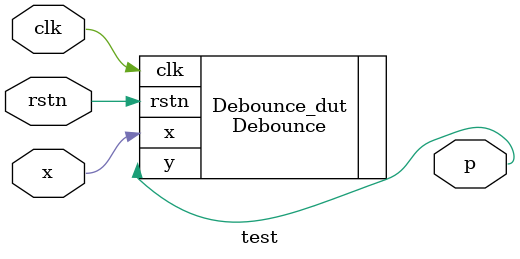
<source format=v>
`timescale 1ns / 1ps


module test(
    input clk,rstn,x,
    output p
    );
    Debounce Debounce_dut(
        .x(x),
        .clk(clk),
        .rstn(rstn),
        .y(p)
    );
endmodule

</source>
